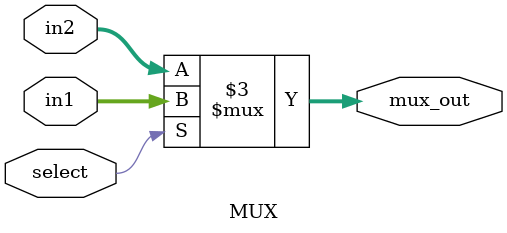
<source format=v>
`timescale 1ns / 1ps


module MUX(
    input wire select,
    input wire [31:0] in1, in2,
    output reg [31:0] mux_out
    );
    
    always @(*) begin
        if (select) begin
            mux_out <= in1;
        end //if
        else begin
            mux_out <= in2;
        end //else
    end //always
endmodule

</source>
